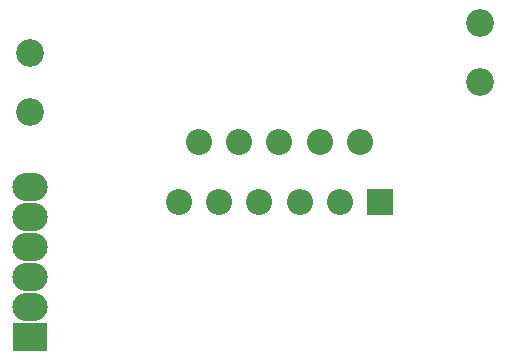
<source format=gbr>
G04 #@! TF.FileFunction,Soldermask,Bot*
%FSLAX46Y46*%
G04 Gerber Fmt 4.6, Leading zero omitted, Abs format (unit mm)*
G04 Created by KiCad (PCBNEW 4.0.7+dfsg1-1ubuntu2) date Fri Sep 14 11:58:39 2018*
%MOMM*%
%LPD*%
G01*
G04 APERTURE LIST*
%ADD10C,0.100000*%
%ADD11C,2.350000*%
%ADD12R,2.200000X2.200000*%
%ADD13O,2.200000X2.200000*%
%ADD14R,3.000000X2.400000*%
%ADD15O,3.000000X2.400000*%
G04 APERTURE END LIST*
D10*
D11*
X113030000Y-25440000D03*
X113030000Y-30440000D03*
D12*
X104570000Y-40640000D03*
D13*
X102870000Y-35560000D03*
X101170000Y-40640000D03*
X99470000Y-35560000D03*
X97770000Y-40640000D03*
X96070000Y-35560000D03*
X94370000Y-40640000D03*
X92670000Y-35560000D03*
X90970000Y-40640000D03*
X89270000Y-35560000D03*
X87570000Y-40640000D03*
D14*
X74930000Y-52070000D03*
D15*
X74930000Y-49530000D03*
X74930000Y-46990000D03*
X74930000Y-44450000D03*
X74930000Y-41910000D03*
X74930000Y-39370000D03*
D11*
X74930000Y-27980000D03*
X74930000Y-32980000D03*
M02*

</source>
